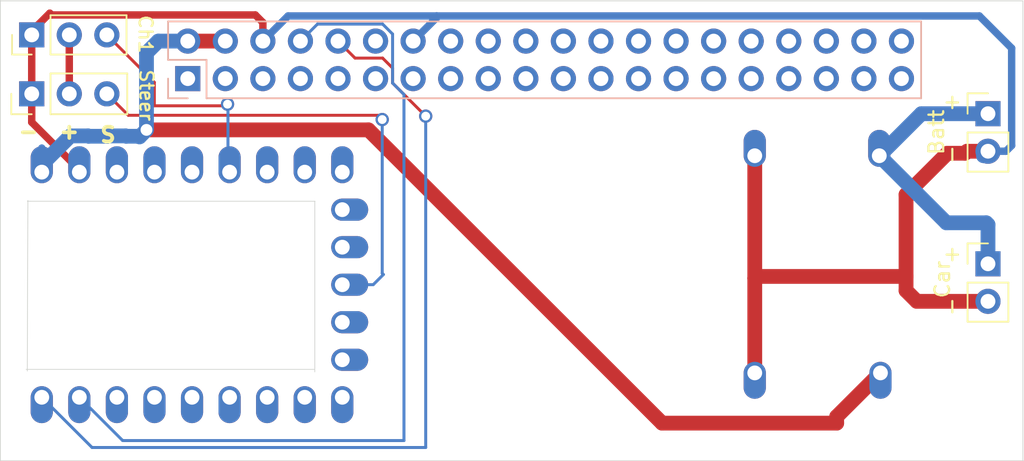
<source format=kicad_pcb>
(kicad_pcb (version 20241229) (generator "pcbnew") (generator_version "9.0")
  (title_block (date "15 nov 2012"))
  (layers (0 "F.Cu" signal) (2 "B.Cu" signal) (13 "F.Paste" user) (15 "B.Paste" user) (5 "F.SilkS" user "F.Silkscreen") (7 "B.SilkS" user "B.Silkscreen") (1 "F.Mask" user) (3 "B.Mask" user) (25 "Edge.Cuts" user))
  (net 0 "")
  (net 1 "GND")
  (net 2 "/GPIO4{slash}GPCLK0")
  (net 3 "Rpi Rx")
  (net 4 "/GPIO17")
  (net 5 "/GPIO18{slash}PCM.CLK")
  (net 6 "/GPIO27")
  (net 7 "/GPIO22")
  (net 8 "/GPIO23")
  (net 9 "/GPIO24")
  (net 10 "/GPIO10{slash}SPI0.MOSI")
  (net 11 "/GPIO9{slash}SPI0.MISO")
  (net 12 "/GPIO25")
  (net 13 "/GPIO11{slash}SPI0.SCLK")
  (net 14 "/GPIO8{slash}SPI0.CE0")
  (net 15 "/GPIO7{slash}SPI0.CE1")
  (net 16 "/ID_SDA")
  (net 17 "/ID_SCL")
  (net 19 "/GPIO12{slash}PWM0")
  (net 20 "/GPIO13{slash}PWM1")
  (net 21 "/GPIO19{slash}PCM.FS")
  (net 22 "/GPIO16")
  (net 23 "/GPIO26")
  (net 24 "/GPIO20{slash}PCM.DIN")
  (net 25 "/GPIO21{slash}PCM.DOUT")
  (net 26 "+5V")
  (net 27 "Enc2B")
  (net 28 "Enc2A")
  (net 29 "Enc1A")
  (net 31 "Enc1B")
  (net 41 "Rpi Tx")
  (net 42 "RCin1")
  (net 43 "Steer")
  (net 44 "Batt")
  (net 59 "Net-(RCin1-Pin_2)")
  (footprint "" (layer "F.Cu") (at 147.91 69.05 180)
    (property "Reference" "" (at 0 0 0) (layer "F.SilkS") (effects (font (size 1.27 1.27))))
    (property "Value" "")
    (pad "15" thru_hole oval (at 0 0 90) (size 2.5 1.5) (drill 1 (offset -0.5 0)) (layers "*.Cu" "*.Mask") (net 1 "GND"))
  )
  (footprint "" (layer "F.Cu") (at 156.33 54.35)
    (property "Reference" "" (at 0 0 0) (layer "F.SilkS") (effects (font (size 1.27 1.27))))
    (property "Value" "")
    (pad "15" thru_hole oval (at 0 0 270) (size 2.5 1.5) (drill 1 (offset -0.5 0)) (layers "*.Cu" "*.Mask") (net 44 "Batt"))
  )
  (footprint "Connector_PinHeader_2.54mm:PinHeader_1x03_P2.54mm_Vertical" (layer "F.Cu") (at 99.020001 50.16 90)
    (property "Reference" "Steer1" (hide yes))
    (property "Value" "Conn_01x03_Pin" (hide yes))
    (fp_line (start -1.38 -1.38) (end 0 -1.379999) (stroke (width 0.12)) (layer "F.SilkS"))
    (fp_line (start -1.379999 0) (end -1.38 -1.38) (stroke (width 0.12)) (layer "F.SilkS"))
    (fp_line (start 1.38 1.27) (end 1.38 6.46) (stroke (width 0.12)) (layer "F.SilkS"))
    (fp_line (start -1.38 1.27) (end 1.38 1.27) (stroke (width 0.12)) (layer "F.SilkS"))
    (fp_line (start -1.38 1.27) (end -1.38 6.46) (stroke (width 0.12)) (layer "F.SilkS"))
    (fp_line (start -1.38 6.46) (end 1.38 6.46) (stroke (width 0.12)) (layer "F.SilkS"))
    (pad "1" thru_hole rect (at 0 0 90) (size 1.7 1.7) (drill 1) (layers "*.Cu" "*.Mask") (net 1 "GND"))
    (pad "2" thru_hole circle (at 0 2.54 90) (size 1.7 1.7) (drill 1) (layers "*.Cu" "*.Mask") (net 59 "Net-(RCin1-Pin_2)"))
    (pad "3" thru_hole circle (at 0 5.079999 90) (size 1.7 1.7) (drill 1) (layers "*.Cu" "*.Mask") (net 43 "Steer"))
  )
  (footprint "Connector_PinHeader_2.54mm:PinHeader_1x03_P2.54mm_Vertical" (layer "F.Cu") (at 99.020001 46.17 90)
    (property "Reference" "RCin1" (hide yes))
    (property "Value" "Conn_01x03_Pin" (hide yes))
    (fp_line (start -1.33 -1.33) (end 0 -1.33) (stroke (width 0.12)) (layer "F.SilkS"))
    (fp_line (start -1.33 0) (end -1.33 -1.33) (stroke (width 0.12)) (layer "F.SilkS"))
    (fp_line (start 1.33 1.270001) (end 1.33 6.409999) (stroke (width 0.12)) (layer "F.SilkS"))
    (fp_line (start -1.33 1.270001) (end 1.33 1.270001) (stroke (width 0.12)) (layer "F.SilkS"))
    (fp_line (start -1.33 1.270001) (end -1.33 6.409999) (stroke (width 0.12)) (layer "F.SilkS"))
    (fp_line (start -1.33 6.409999) (end 1.33 6.409999) (stroke (width 0.12)) (layer "F.SilkS"))
    (pad "1" thru_hole rect (at 0 0 90) (size 1.7 1.7) (drill 1) (layers "*.Cu" "*.Mask") (net 1 "GND"))
    (pad "2" thru_hole oval (at 0 2.54 90) (size 1.7 1.7) (drill 1) (layers "*.Cu" "*.Mask") (net 59 "Net-(RCin1-Pin_2)"))
    (pad "3" thru_hole oval (at 0 5.079999 90) (size 1.7 1.7) (drill 1) (layers "*.Cu" "*.Mask") (net 42 "RCin1"))
  )
  (footprint "" (layer "F.Cu") (at 147.91 54.35)
    (property "Reference" "" (at 0 0 0) (layer "F.SilkS") (effects (font (size 1.27 1.27))))
    (property "Value" "")
    (pad "15" thru_hole oval (at 0 0 270) (size 2.5 1.5) (drill 1 (offset -0.5 0)) (layers "*.Cu" "*.Mask") (net 1 "GND"))
  )
  (footprint "Connector_PinHeader_2.54mm:PinHeader_1x02_P2.54mm_Vertical" (layer "F.Cu") (at 163.68 51.505)
    (property "Reference" "J2" (hide yes))
    (property "Value" "Conn_01x02_Pin" (hide yes))
    (fp_line (start -1.38 -1.38) (end 0 -1.38) (stroke (width 0.12)) (layer "F.SilkS"))
    (fp_line (start -1.38 0) (end -1.38 -1.38) (stroke (width 0.12)) (layer "F.SilkS"))
    (fp_line (start -1.38 1.27) (end -1.38 3.92) (stroke (width 0.12)) (layer "F.SilkS"))
    (fp_line (start -1.38 1.27) (end 1.38 1.27) (stroke (width 0.12)) (layer "F.SilkS"))
    (fp_line (start -1.38 3.92) (end 1.38 3.92) (stroke (width 0.12)) (layer "F.SilkS"))
    (fp_line (start 1.38 1.27) (end 1.38 3.92) (stroke (width 0.12)) (layer "F.SilkS"))
    (pad "1" thru_hole rect (at 0 0) (size 1.7 1.7) (drill 1) (layers "*.Cu" "*.Mask") (net 44 "Batt"))
    (pad "2" thru_hole circle (at 0 2.54) (size 1.7 1.7) (drill 1) (layers "*.Cu" "*.Mask") (net 1 "GND"))
  )
  (footprint "MountingHole:MountingHole_3.2mm_M3" (layer "F.Cu") (at 162.66 70.83)
    (property "Reference" "REF**" (hide yes))
    (property "Value" "MountingHole_3.2mm_M3" (hide yes))
    (pad "" np_thru_hole circle (at 0 0) (size 3.2 3.2) (drill 3.2) (layers "*.Cu" "*.Mask"))
  )
  (footprint "" (layer "F.Cu") (at 156.41 69.05 180)
    (property "Reference" "" (at 0 0 0) (layer "F.SilkS") (effects (font (size 1.27 1.27))))
    (property "Value" "")
    (pad "15" thru_hole oval (at 0 0 90) (size 2.5 1.5) (drill 1 (offset -0.5 0)) (layers "*.Cu" "*.Mask") (net 26 "+5V"))
  )
  (footprint "Connector_PinHeader_2.54mm:PinHeader_1x02_P2.54mm_Vertical" (layer "F.Cu") (at 163.68 61.665)
    (property "Reference" "J3" (hide yes))
    (property "Value" "Conn_01x02_Pin" (hide yes))
    (fp_line (start -1.38 -1.38) (end 0 -1.38) (stroke (width 0.12)) (layer "F.SilkS"))
    (fp_line (start -1.38 0) (end -1.38 -1.38) (stroke (width 0.12)) (layer "F.SilkS"))
    (fp_line (start -1.38 1.27) (end -1.38 3.92) (stroke (width 0.12)) (layer "F.SilkS"))
    (fp_line (start -1.38 1.27) (end 1.38 1.27) (stroke (width 0.12)) (layer "F.SilkS"))
    (fp_line (start -1.38 3.92) (end 1.38 3.92) (stroke (width 0.12)) (layer "F.SilkS"))
    (fp_line (start 1.38 1.27) (end 1.38 3.92) (stroke (width 0.12)) (layer "F.SilkS"))
    (pad "1" thru_hole rect (at 0 0) (size 1.7 1.7) (drill 1) (layers "*.Cu" "*.Mask") (net 44 "Batt"))
    (pad "2" thru_hole circle (at 0 2.54) (size 1.7 1.7) (drill 1) (layers "*.Cu" "*.Mask") (net 1 "GND"))
  )
  (footprint "Connector_PinSocket_2.54mm:PinSocket_2x20_P2.54mm_Vertical" (layer "B.Cu") (at 109.57 49.13 -90)
    (property "Reference" "J1" (hide yes))
    (property "Value" "GPIO" (hide yes))
    (fp_line (start -3.87 1.33) (end -1.270001 1.33) (stroke (width 0.12)) (layer "B.SilkS"))
    (fp_line (start -3.87 1.33) (end -3.87 -49.59) (stroke (width 0.12)) (layer "B.SilkS"))
    (fp_line (start -1.270001 1.33) (end -1.27 -1.27) (stroke (width 0.12)) (layer "B.SilkS"))
    (fp_line (start 0 1.33) (end 1.33 1.33) (stroke (width 0.12)) (layer "B.SilkS"))
    (fp_line (start 1.33 1.33) (end 1.33 0) (stroke (width 0.12)) (layer "B.SilkS"))
    (fp_line (start -1.27 -1.27) (end 1.33 -1.270001) (stroke (width 0.12)) (layer "B.SilkS"))
    (fp_line (start 1.33 -1.270001) (end 1.33 -49.59) (stroke (width 0.12)) (layer "B.SilkS"))
    (fp_line (start -3.87 -49.59) (end 1.33 -49.59) (stroke (width 0.12)) (layer "B.SilkS"))
    (pad "1" thru_hole rect (at 0 0 270) (size 1.7 1.7) (drill 1) (layers "*.Cu" "*.Mask"))
    (pad "2" thru_hole oval (at -2.54 0 270) (size 1.7 1.7) (drill 1) (layers "*.Cu" "*.Mask") (net 26 "+5V"))
    (pad "3" thru_hole oval (at 0 -2.54 270) (size 1.7 1.7) (drill 1) (layers "*.Cu" "*.Mask"))
    (pad "4" thru_hole oval (at -2.54 -2.54 270) (size 1.7 1.7) (drill 1) (layers "*.Cu" "*.Mask") (net 26 "+5V"))
    (pad "5" thru_hole oval (at 0 -5.079999 270) (size 1.7 1.7) (drill 1) (layers "*.Cu" "*.Mask"))
    (pad "6" thru_hole oval (at -2.54 -5.08 270) (size 1.7 1.7) (drill 1) (layers "*.Cu" "*.Mask") (net 1 "GND"))
    (pad "7" thru_hole oval (at 0 -7.62 270) (size 1.7 1.7) (drill 1) (layers "*.Cu" "*.Mask") (net 2 "/GPIO4{slash}GPCLK0"))
    (pad "8" thru_hole oval (at -2.54 -7.62 270) (size 1.7 1.7) (drill 1) (layers "*.Cu" "*.Mask") (net 41 "Rpi Tx"))
    (pad "9" thru_hole oval (at 0 -10.16 270) (size 1.7 1.7) (drill 1) (layers "*.Cu" "*.Mask"))
    (pad "10" thru_hole oval (at -2.54 -10.16 270) (size 1.7 1.7) (drill 1) (layers "*.Cu" "*.Mask") (net 3 "Rpi Rx"))
    (pad "11" thru_hole oval (at 0 -12.7 270) (size 1.7 1.7) (drill 1) (layers "*.Cu" "*.Mask") (net 4 "/GPIO17"))
    (pad "12" thru_hole oval (at -2.54 -12.7 270) (size 1.7 1.7) (drill 1) (layers "*.Cu" "*.Mask") (net 5 "/GPIO18{slash}PCM.CLK"))
    (pad "13" thru_hole oval (at 0 -15.24 270) (size 1.7 1.7) (drill 1) (layers "*.Cu" "*.Mask") (net 6 "/GPIO27"))
    (pad "14" thru_hole oval (at -2.54 -15.24 270) (size 1.7 1.7) (drill 1) (layers "*.Cu" "*.Mask") (net 1 "GND"))
    (pad "15" thru_hole oval (at 0 -17.780001 270) (size 1.7 1.7) (drill 1) (layers "*.Cu" "*.Mask") (net 7 "/GPIO22"))
    (pad "16" thru_hole oval (at -2.54 -17.78 270) (size 1.7 1.7) (drill 1) (layers "*.Cu" "*.Mask") (net 8 "/GPIO23"))
    (pad "17" thru_hole oval (at 0 -20.32 270) (size 1.7 1.7) (drill 1) (layers "*.Cu" "*.Mask"))
    (pad "18" thru_hole oval (at -2.54 -20.32 270) (size 1.7 1.7) (drill 1) (layers "*.Cu" "*.Mask") (net 9 "/GPIO24"))
    (pad "19" thru_hole oval (at 0 -22.86 270) (size 1.7 1.7) (drill 1) (layers "*.Cu" "*.Mask") (net 10 "/GPIO10{slash}SPI0.MOSI"))
    (pad "20" thru_hole oval (at -2.54 -22.86 270) (size 1.7 1.7) (drill 1) (layers "*.Cu" "*.Mask"))
    (pad "21" thru_hole oval (at 0 -25.4 270) (size 1.7 1.7) (drill 1) (layers "*.Cu" "*.Mask") (net 11 "/GPIO9{slash}SPI0.MISO"))
    (pad "22" thru_hole oval (at -2.54 -25.4 270) (size 1.7 1.7) (drill 1) (layers "*.Cu" "*.Mask") (net 12 "/GPIO25"))
    (pad "23" thru_hole oval (at 0 -27.939999 270) (size 1.7 1.7) (drill 1) (layers "*.Cu" "*.Mask") (net 13 "/GPIO11{slash}SPI0.SCLK"))
    (pad "24" thru_hole oval (at -2.54 -27.94 270) (size 1.7 1.7) (drill 1) (layers "*.Cu" "*.Mask") (net 14 "/GPIO8{slash}SPI0.CE0"))
    (pad "25" thru_hole oval (at 0 -30.48 270) (size 1.7 1.7) (drill 1) (layers "*.Cu" "*.Mask"))
    (pad "26" thru_hole oval (at -2.54 -30.48 270) (size 1.7 1.7) (drill 1) (layers "*.Cu" "*.Mask") (net 15 "/GPIO7{slash}SPI0.CE1"))
    (pad "27" thru_hole oval (at 0 -33.02 270) (size 1.7 1.7) (drill 1) (layers "*.Cu" "*.Mask") (net 16 "/ID_SDA"))
    (pad "28" thru_hole oval (at -2.54 -33.02 270) (size 1.7 1.7) (drill 1) (layers "*.Cu" "*.Mask") (net 17 "/ID_SCL"))
    (pad "29" thru_hole oval (at 0 -35.56 270) (size 1.7 1.7) (drill 1) (layers "*.Cu" "*.Mask"))
    (pad "30" thru_hole oval (at -2.54 -35.56 270) (size 1.7 1.7) (drill 1) (layers "*.Cu" "*.Mask"))
    (pad "31" thru_hole oval (at 0 -38.099999 270) (size 1.7 1.7) (drill 1) (layers "*.Cu" "*.Mask"))
    (pad "32" thru_hole oval (at -2.54 -38.1 270) (size 1.7 1.7) (drill 1) (layers "*.Cu" "*.Mask") (net 19 "/GPIO12{slash}PWM0"))
    (pad "33" thru_hole oval (at 0 -40.640001 270) (size 1.7 1.7) (drill 1) (layers "*.Cu" "*.Mask") (net 20 "/GPIO13{slash}PWM1"))
    (pad "34" thru_hole oval (at -2.54 -40.64 270) (size 1.7 1.7) (drill 1) (layers "*.Cu" "*.Mask"))
    (pad "35" thru_hole oval (at 0 -43.18 270) (size 1.7 1.7) (drill 1) (layers "*.Cu" "*.Mask") (net 21 "/GPIO19{slash}PCM.FS"))
    (pad "36" thru_hole oval (at -2.54 -43.18 270) (size 1.7 1.7) (drill 1) (layers "*.Cu" "*.Mask") (net 22 "/GPIO16"))
    (pad "37" thru_hole oval (at 0 -45.72 270) (size 1.7 1.7) (drill 1) (layers "*.Cu" "*.Mask") (net 23 "/GPIO26"))
    (pad "38" thru_hole oval (at -2.54 -45.72 270) (size 1.7 1.7) (drill 1) (layers "*.Cu" "*.Mask") (net 24 "/GPIO20{slash}PCM.DIN"))
    (pad "39" thru_hole oval (at 0 -48.26 270) (size 1.7 1.7) (drill 1) (layers "*.Cu" "*.Mask"))
    (pad "40" thru_hole oval (at -2.54 -48.26 270) (size 1.7 1.7) (drill 1) (layers "*.Cu" "*.Mask") (net 25 "/GPIO21{slash}PCM.DOUT"))
  )
  (footprint "mcu:rp2040-zero-tht" (layer "B.Cu") (at 109.86 63.08 -90)
    (property "Reference" "U2" (hide yes))
    (property "Value" "rp2040-zero" (hide yes))
    (pad "1" thru_hole oval (at 7.62 10.16 90) (size 2.5 1.5) (drill 1 (offset -0.5 0)) (layers "*.Cu" "*.Mask") (net 3 "Rpi Rx"))
    (pad "2" thru_hole oval (at 7.62 7.62 90) (size 2.5 1.5) (drill 1 (offset -0.5 0)) (layers "*.Cu" "*.Mask") (net 41 "Rpi Tx"))
    (pad "3" thru_hole oval (at 7.62 5.08 90) (size 2.5 1.5) (drill 1 (offset -0.5 0)) (layers "*.Cu" "*.Mask"))
    (pad "4" thru_hole oval (at 7.62 2.54 90) (size 2.5 1.5) (drill 1 (offset -0.5 0)) (layers "*.Cu" "*.Mask"))
    (pad "5" thru_hole oval (at 7.62 0 90) (size 2.5 1.5) (drill 1 (offset -0.5 0)) (layers "*.Cu" "*.Mask"))
    (pad "6" thru_hole oval (at 7.62 -2.54 90) (size 2.5 1.5) (drill 1 (offset -0.5 0)) (layers "*.Cu" "*.Mask"))
    (pad "7" thru_hole oval (at 7.62 -5.08 90) (size 2.5 1.5) (drill 1 (offset -0.5 0)) (layers "*.Cu" "*.Mask"))
    (pad "8" thru_hole oval (at 7.62 -7.62 90) (size 2.5 1.5) (drill 1 (offset -0.5 0)) (layers "*.Cu" "*.Mask") (net 29 "Enc1A"))
    (pad "9" thru_hole oval (at 7.62 -10.16 90) (size 2.5 1.5) (drill 1 (offset -0.5 0)) (layers "*.Cu" "*.Mask") (net 31 "Enc1B"))
    (pad "10" thru_hole oval (at 5.08 -10.16 180) (size 2.5 1.5) (drill 1 (offset -0.5 0)) (layers "*.Cu" "*.Mask"))
    (pad "11" thru_hole oval (at 2.54 -10.16 180) (size 2.5 1.5) (drill 1 (offset -0.5 0)) (layers "*.Cu" "*.Mask"))
    (pad "12" thru_hole oval (at 0 -10.16 180) (size 2.5 1.5) (drill 1 (offset -0.5 0)) (layers "*.Cu" "*.Mask") (net 43 "Steer"))
    (pad "13" thru_hole oval (at -2.54 -10.16 180) (size 2.5 1.5) (drill 1 (offset -0.5 0)) (layers "*.Cu" "*.Mask") (net 28 "Enc2A"))
    (pad "14" thru_hole oval (at -5.08 -10.16 180) (size 2.5 1.5) (drill 1 (offset -0.5 0)) (layers "*.Cu" "*.Mask") (net 27 "Enc2B"))
    (pad "15" thru_hole oval (at -7.62 -10.16 270) (size 2.5 1.5) (drill 1 (offset -0.5 0)) (layers "*.Cu" "*.Mask"))
    (pad "16" thru_hole oval (at -7.62 -7.62 270) (size 2.5 1.5) (drill 1 (offset -0.5 0)) (layers "*.Cu" "*.Mask"))
    (pad "17" thru_hole oval (at -7.62 -5.08 270) (size 2.5 1.5) (drill 1 (offset -0.5 0)) (layers "*.Cu" "*.Mask"))
    (pad "18" thru_hole oval (at -7.62 -2.54 270) (size 2.5 1.5) (drill 1 (offset -0.5 0)) (layers "*.Cu" "*.Mask") (net 42 "RCin1"))
    (pad "19" thru_hole oval (at -7.62 0 270) (size 2.5 1.5) (drill 1 (offset -0.5 0)) (layers "*.Cu" "*.Mask"))
    (pad "20" thru_hole oval (at -7.62 2.54 270) (size 2.5 1.5) (drill 1 (offset -0.5 0)) (layers "*.Cu" "*.Mask"))
    (pad "21" thru_hole oval (at -7.62 5.08 270) (size 2.5 1.5) (drill 1 (offset -0.5 0)) (layers "*.Cu" "*.Mask"))
    (pad "22" thru_hole oval (at -7.62 7.62 270) (size 2.5 1.5) (drill 1 (offset -0.5 0)) (layers "*.Cu" "*.Mask") (net 1 "GND"))
    (pad "23" thru_hole oval (at -7.62 10.16 270) (size 2.5 1.5) (drill 1 (offset -0.5 0)) (layers "*.Cu" "*.Mask") (net 26 "+5V"))
  )
  (gr_line (start 118.16 68.985) (end 118.16 57.435) (stroke (width 0.05)) (layer "Edge.Cuts"))
  (gr_line (start 98.64 68.81) (end 118.14 68.81) (stroke (width 0.05)) (layer "Edge.Cuts"))
  (gr_line (start 166.04 43.866) (end 96.9 43.866) (stroke (width 0.05)) (layer "Edge.Cuts"))
  (gr_line (start 98.76 57.375) (end 98.72 68.925) (stroke (width 0.05)) (layer "Edge.Cuts"))
  (gr_line (start 118.18 57.43) (end 98.72 57.43) (stroke (width 0.05)) (layer "Edge.Cuts"))
  (gr_line (start 96.9 43.833) (end 96.9 74.967) (stroke (width 0.05)) (layer "Edge.Cuts"))
  (gr_line (start 166.04 75) (end 166.04 43.866) (stroke (width 0.05)) (layer "Edge.Cuts"))
  (gr_line (start 96.9 74.997822) (end 166.0835 74.997822) (stroke (width 0.05)) (layer "Edge.Cuts"))
  (gr_text "Batt" (at 160.78 54.385 90) (layer "F.SilkS") (effects (font (size 1 1)) (justify left bottom)))
  (gr_text "S  +  -" (at 104.82 52.25 180) (layer "F.SilkS") (effects (font (size 1 1) (thickness 0.25) (bold yes)) (justify left bottom)))
  (gr_text "Steer" (at 106.25 48.43 270) (layer "F.SilkS") (effects (font (size 0.9 0.9)) (justify left bottom)))
  (gr_text "-   +" (at 161.78 54.985 90) (layer "F.SilkS") (effects (font (size 1 1)) (justify left bottom)))
  (gr_text "Car" (at 161.18 64.085 90) (layer "F.SilkS") (effects (font (size 1 1)) (justify left bottom)))
  (gr_text "-   +" (at 161.78 65.285 90) (layer "F.SilkS") (effects (font (size 1 1)) (justify left bottom)))
  (gr_text "Ch1" (at 106.19 44.74 270) (layer "F.SilkS") (effects (font (size 0.9 0.9)) (justify left bottom)))
  (segment (start 99.020001 46.17) (end 99.020001 45.919999) (width 0.5) (layer "F.Cu") (net 1))
  (segment (start 162.265 54.045) (end 163.68 54.045) (width 1) (layer "F.Cu") (net 1))
  (segment (start 102.24 55.30153) (end 102.24 55.46) (width 0.5) (layer "F.Cu") (net 1))
  (segment (start 114.14 44.82) (end 114.65 45.33) (width 0.5) (layer "F.Cu") (net 1))
  (segment (start 160.94 54.18) (end 162.13 54.18) (width 1) (layer "F.Cu") (net 1))
  (segment (start 163.68 64.205) (end 158.865 64.205) (width 1) (layer "F.Cu") (net 1))
  (segment (start 147.91 69.05) (end 147.91 62.64) (width 1) (layer "F.Cu") (net 1))
  (segment (start 158.14 62.52) (end 158.14 56.98) (width 1) (layer "F.Cu") (net 1))
  (segment (start 148.03 62.52) (end 147.91 62.64) (width 1) (layer "F.Cu") (net 1))
  (segment (start 147.91 62.64) (end 147.91 54.35) (width 1) (layer "F.Cu") (net 1))
  (segment (start 99.020001 46.17) (end 99.020001 52.081531) (width 0.5) (layer "F.Cu") (net 1))
  (segment (start 158.865 64.205) (end 158.14 63.48) (width 1) (layer "F.Cu") (net 1))
  (segment (start 162.13 54.18) (end 162.265 54.045) (width 1) (layer "F.Cu") (net 1))
  (segment (start 114.65 45.33) (end 114.65 46.59) (width 0.5) (layer "F.Cu") (net 1))
  (segment (start 99.020001 52.081531) (end 102.24 55.30153) (width 0.5) (layer "F.Cu") (net 1))
  (segment (start 100.36 44.82) (end 114.14 44.82) (width 0.5) (layer "F.Cu") (net 1))
  (segment (start 158.14 56.98) (end 160.94 54.18) (width 1) (layer "F.Cu") (net 1))
  (segment (start 158.14 63.48) (end 158.14 62.52) (width 1) (layer "F.Cu") (net 1))
  (segment (start 158.14 62.52) (end 148.03 62.52) (width 1) (layer "F.Cu") (net 1))
  (segment (start 100.24 44.7) (end 100.36 44.82) (width 0.5) (layer "F.Cu") (net 1))
  (segment (start 99.020001 45.919999) (end 100.24 44.7) (width 0.5) (layer "F.Cu") (net 1))
  (segment (start 126.4 45) (end 126.4 44.888) (width 0.5) (layer "B.Cu") (net 1))
  (segment (start 114.65 46.59) (end 116.352 44.888) (width 0.5) (layer "B.Cu") (net 1))
  (segment (start 163.098 44.888) (end 165.28 47.07) (width 0.5) (layer "B.Cu") (net 1))
  (segment (start 165.28 47.07) (end 165.28 53.66) (width 0.5) (layer "B.Cu") (net 1))
  (segment (start 163.375 54.35) (end 163.68 54.045) (width 1) (layer "B.Cu") (net 1))
  (segment (start 165.28 53.66) (end 164.895 54.045) (width 0.5) (layer "B.Cu") (net 1))
  (segment (start 126.4 44.888) (end 163.098 44.888) (width 0.5) (layer "B.Cu") (net 1))
  (segment (start 124.81 46.59) (end 126.4 45) (width 0.5) (layer "B.Cu") (net 1))
  (segment (start 164.895 54.045) (end 163.68 54.045) (width 0.5) (layer "B.Cu") (net 1))
  (segment (start 116.352 44.888) (end 126.4 44.888) (width 0.5) (layer "B.Cu") (net 1))
  (segment (start 125.66 51.67) (end 123.421 49.431) (width 0.2) (layer "F.Cu") (net 3))
  (segment (start 122.74676 47.741) (end 120.881 47.741) (width 0.2) (layer "F.Cu") (net 3))
  (segment (start 120.881 47.741) (end 119.73 46.59) (width 0.2) (layer "F.Cu") (net 3))
  (segment (start 123.421 48.41524) (end 122.74676 47.741) (width 0.2) (layer "F.Cu") (net 3))
  (segment (start 123.421 49.431) (end 123.421 48.41524) (width 0.2) (layer "F.Cu") (net 3))
  (via (at 125.66 51.67) (size 0.9) (drill 0.6) (layers "F.Cu" "B.Cu") (net 3))
  (segment (start 103.1 74.1) (end 125.66 74.1) (width 0.2) (layer "B.Cu") (net 3))
  (segment (start 125.66 74.1) (end 125.66 51.67) (width 0.2) (layer "B.Cu") (net 3))
  (segment (start 99.7 70.7) (end 103.1 74.1) (width 0.2) (layer "B.Cu") (net 3))
  (segment (start 121.79224 52.6) (end 141.64224 72.45) (width 1) (layer "F.Cu") (net 26))
  (segment (start 141.64224 72.45) (end 153.45 72.45) (width 1) (layer "F.Cu") (net 26))
  (segment (start 106.78 52.6) (end 121.79224 52.6) (width 1) (layer "F.Cu") (net 26))
  (segment (start 109.57 46.59) (end 112.11 46.59) (width 1) (layer "F.Cu") (net 26))
  (segment (start 153.45 72.01) (end 156.41 69.05) (width 1) (layer "F.Cu") (net 26))
  (segment (start 153.45 72.45) (end 153.45 72.01) (width 1) (layer "F.Cu") (net 26))
  (via (at 106.78 52.6) (size 0.8) (drill 1.2) (layers "F.Cu" "B.Cu") (net 26))
  (segment (start 99.7 54.947976) (end 99.7 55.46) (width 1) (layer "B.Cu") (net 26))
  (segment (start 106.31 53.07) (end 106.27 53.03) (width 1) (layer "B.Cu") (net 26))
  (segment (start 106.78 47.39) (end 106.78 52.6) (width 1) (layer "B.Cu") (net 26))
  (segment (start 105.381024 53.009) (end 104.178976 53.009) (width 1) (layer "B.Cu") (net 26))
  (segment (start 104.157976 53.03) (end 102.862024 53.03) (width 1) (layer "B.Cu") (net 26))
  (segment (start 101.638976 53.009) (end 99.7 54.947976) (width 1) (layer "B.Cu") (net 26))
  (segment (start 102.862024 53.03) (end 102.841024 53.009) (width 1) (layer "B.Cu") (net 26))
  (segment (start 99.7 53.83) (end 99.7 55.46) (width 0.5) (layer "B.Cu") (net 26))
  (segment (start 106.27 53.03) (end 105.402024 53.03) (width 1) (layer "B.Cu") (net 26))
  (segment (start 105.402024 53.03) (end 105.381024 53.009) (width 1) (layer "B.Cu") (net 26))
  (segment (start 106.78 52.6) (end 106.31 53.07) (width 1) (layer "B.Cu") (net 26))
  (segment (start 104.178976 53.009) (end 104.157976 53.03) (width 1) (layer "B.Cu") (net 26))
  (segment (start 102.841024 53.009) (end 101.638976 53.009) (width 1) (layer "B.Cu") (net 26))
  (segment (start 107.58 46.59) (end 106.78 47.39) (width 1) (layer "B.Cu") (net 26))
  (segment (start 109.57 46.59) (end 107.58 46.59) (width 1) (layer "B.Cu") (net 26))
  (segment (start 124.19 73.63) (end 124.19 50.2) (width 0.2) (layer "B.Cu") (net 41))
  (segment (start 105.17 73.63) (end 124.19 73.63) (width 0.2) (layer "B.Cu") (net 41))
  (segment (start 118.341 45.439) (end 117.19 46.59) (width 0.2) (layer "B.Cu") (net 41))
  (segment (start 122.74676 45.439) (end 118.341 45.439) (width 0.2) (layer "B.Cu") (net 41))
  (segment (start 102.24 70.7) (end 105.17 73.63) (width 0.2) (layer "B.Cu") (net 41))
  (segment (start 123.421 46.11324) (end 122.74676 45.439) (width 0.2) (layer "B.Cu") (net 41))
  (segment (start 124.19 50.2) (end 123.421 49.431) (width 0.2) (layer "B.Cu") (net 41))
  (segment (start 123.421 49.431) (end 123.421 46.11324) (width 0.2) (layer "B.Cu") (net 41))
  (segment (start 107.31 49.38) (end 104.1 46.17) (width 0.2) (layer "F.Cu") (net 42))
  (segment (start 107.31 50.97) (end 107.31 49.38) (width 0.2) (layer "F.Cu") (net 42))
  (segment (start 111.95 50.97) (end 107.31 50.97) (width 0.2) (layer "F.Cu") (net 42))
  (via (at 112.26 50.86) (size 0.9) (drill 0.6) (layers "F.Cu" "B.Cu") (net 42))
  (segment (start 112.29 50.89) (end 112.29 55.35) (width 0.2) (layer "B.Cu") (net 42))
  (segment (start 112.26 50.86) (end 112.29 50.89) (width 0.2) (layer "B.Cu") (net 42))
  (segment (start 112.29 55.35) (end 112.4 55.46) (width 0.2) (layer "B.Cu") (net 42))
  (segment (start 105.551 51.611) (end 122.431 51.611) (width 0.2) (layer "F.Cu") (net 43))
  (segment (start 104.1 50.16) (end 105.551 51.611) (width 0.2) (layer "F.Cu") (net 43))
  (segment (start 122.431 51.611) (end 122.72 51.9) (width 0.2) (layer "F.Cu") (net 43))
  (segment (start 122.56 51.9) (end 122.72 51.9) (width 0.2) (layer "F.Cu") (net 43))
  (segment (start 104.1 50.16) (end 104.04 50.16) (width 0.2) (layer "F.Cu") (net 43))
  (via (at 122.72 51.9) (size 0.9) (drill 0.6) (layers "F.Cu" "B.Cu") (net 43))
  (segment (start 122.8 62.39) (end 122.11 63.08) (width 0.2) (layer "B.Cu") (net 43))
  (segment (start 122.11 63.08) (end 120.02 63.08) (width 0.2) (layer "B.Cu") (net 43))
  (segment (start 122.72 51.9) (end 122.72 62.31) (width 0.2) (layer "B.Cu") (net 43))
  (segment (start 122.72 62.31) (end 122.8 62.39) (width 0.2) (layer "B.Cu") (net 43))
  (segment (start 163.56 58.89) (end 163.68 59.01) (width 1) (layer "B.Cu") (net 44))
  (segment (start 160.87 58.89) (end 163.56 58.89) (width 1) (layer "B.Cu") (net 44))
  (segment (start 156.33 54.35) (end 159.175 51.505) (width 1) (layer "B.Cu") (net 44))
  (segment (start 163.68 59.01) (end 163.68 61.665) (width 1) (layer "B.Cu") (net 44))
  (segment (start 156.33 54.35) (end 160.87 58.89) (width 1) (layer "B.Cu") (net 44))
  (segment (start 159.175 51.505) (end 163.68 51.505) (width 1) (layer "B.Cu") (net 44))
  (segment (start 101.560001 46.17) (end 101.560001 50.16) (width 0.5) (layer "F.Cu") (net 59))
)
</source>
